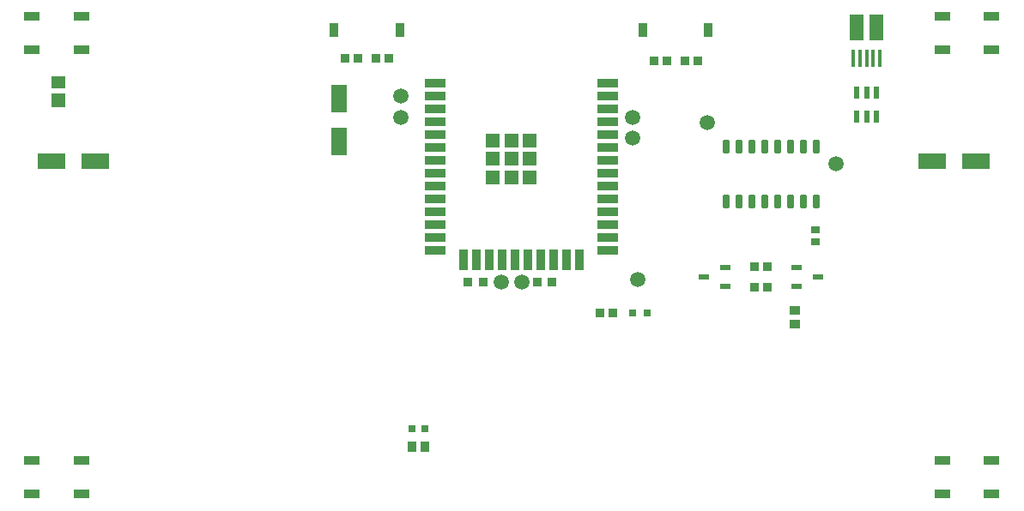
<source format=gtp>
G04*
G04 #@! TF.GenerationSoftware,Altium Limited,Altium Designer,22.0.2 (36)*
G04*
G04 Layer_Color=8421504*
%FSLAX25Y25*%
%MOIN*%
G70*
G04*
G04 #@! TF.SameCoordinates,A5FD766F-ED0D-4258-BB47-254A20FAC7F6*
G04*
G04*
G04 #@! TF.FilePolarity,Positive*
G04*
G01*
G75*
G04:AMPARAMS|DCode=17|XSize=51.58mil|YSize=24.41mil|CornerRadius=3.05mil|HoleSize=0mil|Usage=FLASHONLY|Rotation=270.000|XOffset=0mil|YOffset=0mil|HoleType=Round|Shape=RoundedRectangle|*
%AMROUNDEDRECTD17*
21,1,0.05158,0.01831,0,0,270.0*
21,1,0.04547,0.02441,0,0,270.0*
1,1,0.00610,-0.00915,-0.02274*
1,1,0.00610,-0.00915,0.02274*
1,1,0.00610,0.00915,0.02274*
1,1,0.00610,0.00915,-0.02274*
%
%ADD17ROUNDEDRECTD17*%
%ADD18C,0.05906*%
%ADD19R,0.03543X0.05512*%
%ADD20R,0.03347X0.03740*%
%ADD21R,0.05512X0.04724*%
%ADD22R,0.05512X0.05500*%
%ADD23R,0.03740X0.03740*%
%ADD24R,0.04331X0.02362*%
%ADD25R,0.05236X0.05236*%
%ADD26R,0.03543X0.07874*%
%ADD27R,0.07874X0.03543*%
%ADD28R,0.05906X0.03543*%
%ADD29R,0.05610X0.09843*%
%ADD30R,0.01575X0.06890*%
%ADD31R,0.03150X0.03150*%
%ADD32R,0.02362X0.04724*%
%ADD33R,0.03543X0.03937*%
%ADD34R,0.02559X0.02756*%
%ADD35R,0.11024X0.06299*%
%ADD36R,0.03937X0.03543*%
%ADD37R,0.03543X0.02953*%
%ADD38R,0.06299X0.11024*%
D17*
X314500Y138827D02*
D03*
X309500D02*
D03*
X304500D02*
D03*
X299500D02*
D03*
X294500D02*
D03*
X289500D02*
D03*
X284500D02*
D03*
X279500D02*
D03*
Y117173D02*
D03*
X284500D02*
D03*
X289500D02*
D03*
X294500D02*
D03*
X299500D02*
D03*
X304500D02*
D03*
X309500D02*
D03*
X314500D02*
D03*
D18*
X272000Y148000D02*
D03*
X322000Y132000D02*
D03*
X243000Y142000D02*
D03*
Y150000D02*
D03*
X200000Y86000D02*
D03*
X192000D02*
D03*
X153000Y150000D02*
D03*
X245000Y87000D02*
D03*
X153000Y158459D02*
D03*
D19*
X152795Y184000D02*
D03*
X127205D02*
D03*
X247000D02*
D03*
X272590D02*
D03*
D20*
X143441Y173000D02*
D03*
X148559D02*
D03*
X256559Y172000D02*
D03*
X251441D02*
D03*
X230441Y74000D02*
D03*
X235559D02*
D03*
X131441Y173000D02*
D03*
X136559D02*
D03*
X268559Y172000D02*
D03*
X263441D02*
D03*
X290441Y84000D02*
D03*
X295559D02*
D03*
X290441Y92000D02*
D03*
X295559D02*
D03*
D21*
X20000Y163700D02*
D03*
D22*
Y156700D02*
D03*
D23*
X185000Y86000D02*
D03*
X179094D02*
D03*
X206047D02*
D03*
X211953D02*
D03*
D24*
X279331Y84260D02*
D03*
Y91740D02*
D03*
X270669Y88000D02*
D03*
X306669Y91740D02*
D03*
Y84260D02*
D03*
X315331Y88000D02*
D03*
D25*
X203287Y126707D02*
D03*
X196063D02*
D03*
X188839D02*
D03*
X203287Y133931D02*
D03*
X196063D02*
D03*
X188839D02*
D03*
X203287Y141156D02*
D03*
X196063D02*
D03*
X188839D02*
D03*
D26*
X222500Y94522D02*
D03*
X217500D02*
D03*
X212500D02*
D03*
X207500D02*
D03*
X202500D02*
D03*
X197500D02*
D03*
X192500D02*
D03*
X187500D02*
D03*
X182500D02*
D03*
X177500D02*
D03*
D27*
X233465Y163459D02*
D03*
Y158459D02*
D03*
Y153459D02*
D03*
Y148459D02*
D03*
Y143459D02*
D03*
Y138459D02*
D03*
Y133459D02*
D03*
Y128459D02*
D03*
Y123459D02*
D03*
Y118459D02*
D03*
Y113459D02*
D03*
Y108459D02*
D03*
Y103459D02*
D03*
Y98459D02*
D03*
X166535D02*
D03*
Y103459D02*
D03*
Y108459D02*
D03*
Y113459D02*
D03*
Y118459D02*
D03*
Y123459D02*
D03*
Y128459D02*
D03*
Y133459D02*
D03*
Y138459D02*
D03*
Y143459D02*
D03*
Y148459D02*
D03*
Y153459D02*
D03*
Y158459D02*
D03*
Y163459D02*
D03*
D28*
X382646Y176381D02*
D03*
Y189373D02*
D03*
X363354Y176381D02*
D03*
Y189373D02*
D03*
X382646Y3504D02*
D03*
Y16496D02*
D03*
X363354Y3504D02*
D03*
Y16496D02*
D03*
X29212Y3504D02*
D03*
Y16496D02*
D03*
X9921Y3504D02*
D03*
Y16496D02*
D03*
Y189373D02*
D03*
Y176381D02*
D03*
X29212Y189373D02*
D03*
Y176381D02*
D03*
D29*
X330211Y184984D02*
D03*
X337789D02*
D03*
D30*
X328882Y172878D02*
D03*
X331441D02*
D03*
X334000D02*
D03*
X336559D02*
D03*
X339118D02*
D03*
D31*
X243047Y74000D02*
D03*
X248953D02*
D03*
D32*
X330260Y150472D02*
D03*
X334000D02*
D03*
X337740D02*
D03*
Y159528D02*
D03*
X334000D02*
D03*
X330260D02*
D03*
D33*
X162657Y22000D02*
D03*
X157343D02*
D03*
D34*
X162657Y29000D02*
D03*
X157343D02*
D03*
D35*
X34465Y133000D02*
D03*
X17535D02*
D03*
X359535D02*
D03*
X376465D02*
D03*
D36*
X306000Y75000D02*
D03*
Y69685D02*
D03*
D37*
X314000Y106362D02*
D03*
Y101638D02*
D03*
D38*
X129000Y157465D02*
D03*
Y140535D02*
D03*
M02*

</source>
